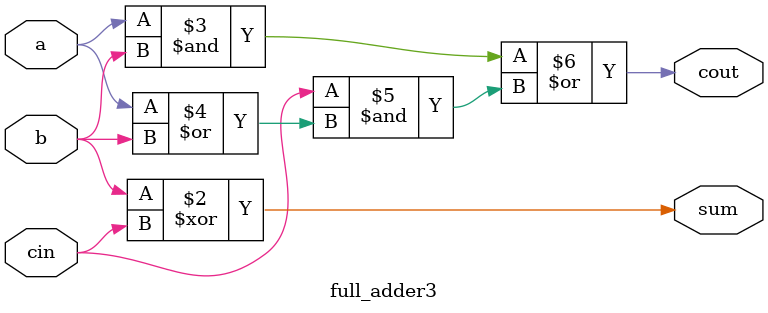
<source format=v>
module full_adder3(a,b,cin,sum,cout);
input a,b,cin;
output sum,cout;
assign sum = 1'b0^b^cin;
assign cout = a&b|cin&(a|b); 
// initial begin
//     $display("The incorrect adder with xor0 having in1/0");
// end   
endmodule

</source>
